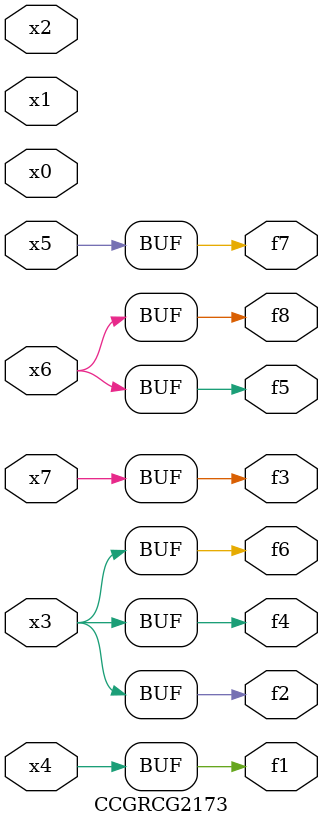
<source format=v>
module CCGRCG2173(
	input x0, x1, x2, x3, x4, x5, x6, x7,
	output f1, f2, f3, f4, f5, f6, f7, f8
);
	assign f1 = x4;
	assign f2 = x3;
	assign f3 = x7;
	assign f4 = x3;
	assign f5 = x6;
	assign f6 = x3;
	assign f7 = x5;
	assign f8 = x6;
endmodule

</source>
